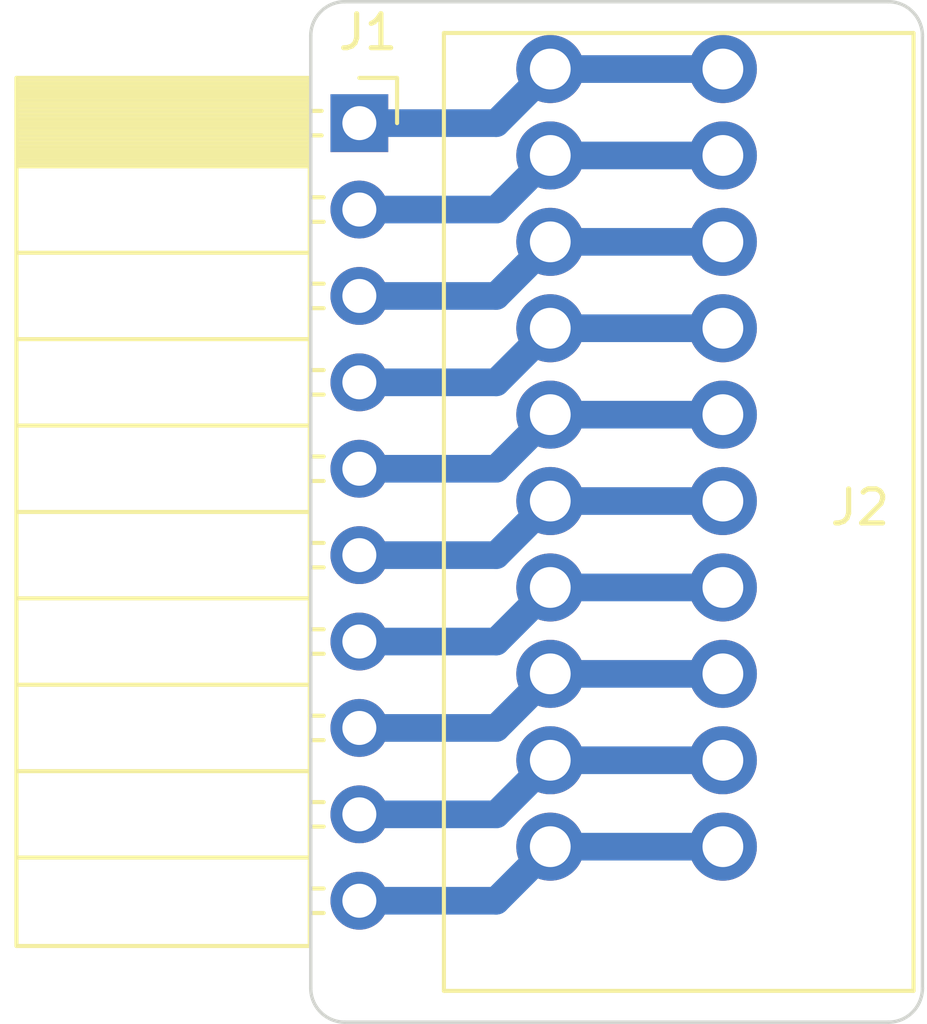
<source format=kicad_pcb>
(kicad_pcb (version 20221018) (generator pcbnew)
  (layers (0 "F.Cu" signal) (31 "B.Cu" signal) (34 "B.Paste" user) (35 "F.Paste" user) (36 "B.SilkS" user "B.Silkscreen") (37 "F.SilkS" user "F.Silkscreen") (38 "B.Mask" user) (39 "F.Mask" user) (44 "Edge.Cuts" user))
  (net 0 "")
  (net 1 "Net-(J1-Pin_1)")
  (net 2 "Net-(J1-Pin_2)")
  (net 3 "Net-(J1-Pin_3)")
  (net 4 "Net-(J1-Pin_4)")
  (net 5 "Net-(J1-Pin_5)")
  (net 6 "Net-(J1-Pin_6)")
  (net 7 "Net-(J1-Pin_7)")
  (net 8 "Net-(J1-Pin_8)")
  (net 9 "Net-(J1-Pin_9)")
  (net 10 "Net-(J1-Pin_10)")
  (footprint "Connector_PinSocket_2.54mm:PinSocket_1x10_P2.54mm_Horizontal" (layer "F.Cu") (at 138.43 75.57)
    (fp_text reference "J1" (at 0.254 -2.672) (layer "F.SilkS"))
    (fp_text value "Conn_01x10" hide)
    (fp_line (start -10.09 -1.33) (end -10.09 24.19) (stroke (width 0.12)) (layer "F.SilkS"))
    (fp_line (start -10.09 -1.33) (end -1.46 -1.33) (stroke (width 0.12)) (layer "F.SilkS"))
    (fp_line (start -10.09 -1.21) (end -1.46 -1.21) (stroke (width 0.12)) (layer "F.SilkS"))
    (fp_line (start -10.09 -1.091905) (end -1.46 -1.091905) (stroke (width 0.12)) (layer "F.SilkS"))
    (fp_line (start -10.09 -0.97381) (end -1.46 -0.97381) (stroke (width 0.12)) (layer "F.SilkS"))
    (fp_line (start -10.09 -0.855715) (end -1.46 -0.855715) (stroke (width 0.12)) (layer "F.SilkS"))
    (fp_line (start -10.09 -0.73762) (end -1.46 -0.73762) (stroke (width 0.12)) (layer "F.SilkS"))
    (fp_line (start -10.09 -0.619525) (end -1.46 -0.619525) (stroke (width 0.12)) (layer "F.SilkS"))
    (fp_line (start -10.09 -0.50143) (end -1.46 -0.50143) (stroke (width 0.12)) (layer "F.SilkS"))
    (fp_line (start -10.09 -0.383335) (end -1.46 -0.383335) (stroke (width 0.12)) (layer "F.SilkS"))
    (fp_line (start -10.09 -0.26524) (end -1.46 -0.26524) (stroke (width 0.12)) (layer "F.SilkS"))
    (fp_line (start -10.09 -0.147145) (end -1.46 -0.147145) (stroke (width 0.12)) (layer "F.SilkS"))
    (fp_line (start -10.09 -0.02905) (end -1.46 -0.02905) (stroke (width 0.12)) (layer "F.SilkS"))
    (fp_line (start -10.09 0.089045) (end -1.46 0.089045) (stroke (width 0.12)) (layer "F.SilkS"))
    (fp_line (start -10.09 0.20714) (end -1.46 0.20714) (stroke (width 0.12)) (layer "F.SilkS"))
    (fp_line (start -10.09 0.325235) (end -1.46 0.325235) (stroke (width 0.12)) (layer "F.SilkS"))
    (fp_line (start -10.09 0.44333) (end -1.46 0.44333) (stroke (width 0.12)) (layer "F.SilkS"))
    (fp_line (start -10.09 0.561425) (end -1.46 0.561425) (stroke (width 0.12)) (layer "F.SilkS"))
    (fp_line (start -10.09 0.67952) (end -1.46 0.67952) (stroke (width 0.12)) (layer "F.SilkS"))
    (fp_line (start -10.09 0.797615) (end -1.46 0.797615) (stroke (width 0.12)) (layer "F.SilkS"))
    (fp_line (start -10.09 0.91571) (end -1.46 0.91571) (stroke (width 0.12)) (layer "F.SilkS"))
    (fp_line (start -10.09 1.033805) (end -1.46 1.033805) (stroke (width 0.12)) (layer "F.SilkS"))
    (fp_line (start -10.09 1.1519) (end -1.46 1.1519) (stroke (width 0.12)) (layer "F.SilkS"))
    (fp_line (start -10.09 1.27) (end -1.46 1.27) (stroke (width 0.12)) (layer "F.SilkS"))
    (fp_line (start -10.09 3.81) (end -1.46 3.81) (stroke (width 0.12)) (layer "F.SilkS"))
    (fp_line (start -10.09 6.35) (end -1.46 6.35) (stroke (width 0.12)) (layer "F.SilkS"))
    (fp_line (start -10.09 8.89) (end -1.46 8.89) (stroke (width 0.12)) (layer "F.SilkS"))
    (fp_line (start -10.09 11.43) (end -1.46 11.43) (stroke (width 0.12)) (layer "F.SilkS"))
    (fp_line (start -10.09 13.97) (end -1.46 13.97) (stroke (width 0.12)) (layer "F.SilkS"))
    (fp_line (start -10.09 16.51) (end -1.46 16.51) (stroke (width 0.12)) (layer "F.SilkS"))
    (fp_line (start -10.09 19.05) (end -1.46 19.05) (stroke (width 0.12)) (layer "F.SilkS"))
    (fp_line (start -10.09 21.59) (end -1.46 21.59) (stroke (width 0.12)) (layer "F.SilkS"))
    (fp_line (start -10.09 24.19) (end -1.46 24.19) (stroke (width 0.12)) (layer "F.SilkS"))
    (fp_line (start -1.46 -1.33) (end -1.46 24.19) (stroke (width 0.12)) (layer "F.SilkS"))
    (fp_line (start -1.46 -0.36) (end -1.11 -0.36) (stroke (width 0.12)) (layer "F.SilkS"))
    (fp_line (start -1.46 0.36) (end -1.11 0.36) (stroke (width 0.12)) (layer "F.SilkS"))
    (fp_line (start -1.46 2.18) (end -1.05 2.18) (stroke (width 0.12)) (layer "F.SilkS"))
    (fp_line (start -1.46 2.9) (end -1.05 2.9) (stroke (width 0.12)) (layer "F.SilkS"))
    (fp_line (start -1.46 4.72) (end -1.05 4.72) (stroke (width 0.12)) (layer "F.SilkS"))
    (fp_line (start -1.46 5.44) (end -1.05 5.44) (stroke (width 0.12)) (layer "F.SilkS"))
    (fp_line (start -1.46 7.26) (end -1.05 7.26) (stroke (width 0.12)) (layer "F.SilkS"))
    (fp_line (start -1.46 7.98) (end -1.05 7.98) (stroke (width 0.12)) (layer "F.SilkS"))
    (fp_line (start -1.46 9.8) (end -1.05 9.8) (stroke (width 0.12)) (layer "F.SilkS"))
    (fp_line (start -1.46 10.52) (end -1.05 10.52) (stroke (width 0.12)) (layer "F.SilkS"))
    (fp_line (start -1.46 12.34) (end -1.05 12.34) (stroke (width 0.12)) (layer "F.SilkS"))
    (fp_line (start -1.46 13.06) (end -1.05 13.06) (stroke (width 0.12)) (layer "F.SilkS"))
    (fp_line (start -1.46 14.88) (end -1.05 14.88) (stroke (width 0.12)) (layer "F.SilkS"))
    (fp_line (start -1.46 15.6) (end -1.05 15.6) (stroke (width 0.12)) (layer "F.SilkS"))
    (fp_line (start -1.46 17.42) (end -1.05 17.42) (stroke (width 0.12)) (layer "F.SilkS"))
    (fp_line (start -1.46 18.14) (end -1.05 18.14) (stroke (width 0.12)) (layer "F.SilkS"))
    (fp_line (start -1.46 19.96) (end -1.05 19.96) (stroke (width 0.12)) (layer "F.SilkS"))
    (fp_line (start -1.46 20.68) (end -1.05 20.68) (stroke (width 0.12)) (layer "F.SilkS"))
    (fp_line (start -1.46 22.5) (end -1.05 22.5) (stroke (width 0.12)) (layer "F.SilkS"))
    (fp_line (start -1.46 23.22) (end -1.05 23.22) (stroke (width 0.12)) (layer "F.SilkS"))
    (fp_line (start 0 -1.33) (end 1.11 -1.33) (stroke (width 0.12)) (layer "F.SilkS"))
    (fp_line (start 1.11 -1.33) (end 1.11 0) (stroke (width 0.12)) (layer "F.SilkS"))
    (pad "1" thru_hole rect (at 0 0) (size 1.7 1.7) (drill 1) (layers "*.Cu" "*.Mask") (net 1 "Net-(J1-Pin_1)"))
    (pad "2" thru_hole oval (at 0 2.54) (size 1.7 1.7) (drill 1) (layers "*.Cu" "*.Mask") (net 2 "Net-(J1-Pin_2)"))
    (pad "3" thru_hole oval (at 0 5.08) (size 1.7 1.7) (drill 1) (layers "*.Cu" "*.Mask") (net 3 "Net-(J1-Pin_3)"))
    (pad "4" thru_hole oval (at 0 7.62) (size 1.7 1.7) (drill 1) (layers "*.Cu" "*.Mask") (net 4 "Net-(J1-Pin_4)"))
    (pad "5" thru_hole oval (at 0 10.16) (size 1.7 1.7) (drill 1) (layers "*.Cu" "*.Mask") (net 5 "Net-(J1-Pin_5)"))
    (pad "6" thru_hole oval (at 0 12.7) (size 1.7 1.7) (drill 1) (layers "*.Cu" "*.Mask") (net 6 "Net-(J1-Pin_6)"))
    (pad "7" thru_hole oval (at 0 15.24) (size 1.7 1.7) (drill 1) (layers "*.Cu" "*.Mask") (net 7 "Net-(J1-Pin_7)"))
    (pad "8" thru_hole oval (at 0 17.78) (size 1.7 1.7) (drill 1) (layers "*.Cu" "*.Mask") (net 8 "Net-(J1-Pin_8)"))
    (pad "9" thru_hole oval (at 0 20.32) (size 1.7 1.7) (drill 1) (layers "*.Cu" "*.Mask") (net 9 "Net-(J1-Pin_9)"))
    (pad "10" thru_hole oval (at 0 22.86) (size 1.7 1.7) (drill 1) (layers "*.Cu" "*.Mask") (net 10 "Net-(J1-Pin_10)"))
  )
  (footprint "dp_connector:wago_kf141r_2.54" (layer "F.Cu") (at 147.828 87 -90)
    (fp_text reference "J2" (at -0.132 -5.334 unlocked) (layer "F.SilkS"))
    (fp_text value "Conn_01x10" hide)
    (fp_line (start -14.08 -6.91) (end -14.08 6.91) (stroke (width 0.12)) (layer "F.SilkS"))
    (fp_line (start -14.08 -6.91) (end 14.08 -6.91) (stroke (width 0.12)) (layer "F.SilkS"))
    (fp_line (start -14.08 6.91) (end 14.08 6.91) (stroke (width 0.12)) (layer "F.SilkS"))
    (fp_line (start 14.08 -6.91) (end 14.08 6.91) (stroke (width 0.12)) (layer "F.SilkS"))
    (pad "1" thru_hole circle (at -13.02 -1.3 270) (size 2 2) (drill 1.2) (layers "*.Cu" "*.Mask") (net 1 "Net-(J1-Pin_1)"))
    (pad "1" thru_hole circle (at -13.02 3.78 270) (size 2 2) (drill 1.2) (layers "*.Cu" "*.Mask") (net 1 "Net-(J1-Pin_1)"))
    (pad "2" thru_hole circle (at -10.48 -1.3 270) (size 2 2) (drill 1.2) (layers "*.Cu" "*.Mask") (net 2 "Net-(J1-Pin_2)"))
    (pad "2" thru_hole circle (at -10.48 3.78 270) (size 2 2) (drill 1.2) (layers "*.Cu" "*.Mask") (net 2 "Net-(J1-Pin_2)"))
    (pad "3" thru_hole circle (at -7.94 -1.3 270) (size 2 2) (drill 1.2) (layers "*.Cu" "*.Mask") (net 3 "Net-(J1-Pin_3)"))
    (pad "3" thru_hole circle (at -7.94 3.78 270) (size 2 2) (drill 1.2) (layers "*.Cu" "*.Mask") (net 3 "Net-(J1-Pin_3)"))
    (pad "4" thru_hole circle (at -5.4 -1.3 270) (size 2 2) (drill 1.2) (layers "*.Cu" "*.Mask") (net 4 "Net-(J1-Pin_4)"))
    (pad "4" thru_hole circle (at -5.4 3.78 270) (size 2 2) (drill 1.2) (layers "*.Cu" "*.Mask") (net 4 "Net-(J1-Pin_4)"))
    (pad "5" thru_hole circle (at -2.86 -1.3 270) (size 2 2) (drill 1.2) (layers "*.Cu" "*.Mask") (net 5 "Net-(J1-Pin_5)"))
    (pad "5" thru_hole circle (at -2.86 3.78 270) (size 2 2) (drill 1.2) (layers "*.Cu" "*.Mask") (net 5 "Net-(J1-Pin_5)"))
    (pad "6" thru_hole circle (at -0.32 -1.3 270) (size 2 2) (drill 1.2) (layers "*.Cu" "*.Mask") (net 6 "Net-(J1-Pin_6)"))
    (pad "6" thru_hole circle (at -0.32 3.78 270) (size 2 2) (drill 1.2) (layers "*.Cu" "*.Mask") (net 6 "Net-(J1-Pin_6)"))
    (pad "7" thru_hole circle (at 2.22 -1.3 270) (size 2 2) (drill 1.2) (layers "*.Cu" "*.Mask") (net 7 "Net-(J1-Pin_7)"))
    (pad "7" thru_hole circle (at 2.22 3.78 270) (size 2 2) (drill 1.2) (layers "*.Cu" "*.Mask") (net 7 "Net-(J1-Pin_7)"))
    (pad "8" thru_hole circle (at 4.76 -1.3 270) (size 2 2) (drill 1.2) (layers "*.Cu" "*.Mask") (net 8 "Net-(J1-Pin_8)"))
    (pad "8" thru_hole circle (at 4.76 3.78 270) (size 2 2) (drill 1.2) (layers "*.Cu" "*.Mask") (net 8 "Net-(J1-Pin_8)"))
    (pad "9" thru_hole circle (at 7.3 -1.3 270) (size 2 2) (drill 1.2) (layers "*.Cu" "*.Mask") (net 9 "Net-(J1-Pin_9)"))
    (pad "9" thru_hole circle (at 7.3 3.78 270) (size 2 2) (drill 1.2) (layers "*.Cu" "*.Mask") (net 9 "Net-(J1-Pin_9)"))
    (pad "10" thru_hole circle (at 9.84 -1.3 270) (size 2 2) (drill 1.2) (layers "*.Cu" "*.Mask") (net 10 "Net-(J1-Pin_10)"))
    (pad "10" thru_hole circle (at 9.84 3.78 270) (size 2 2) (drill 1.2) (layers "*.Cu" "*.Mask") (net 10 "Net-(J1-Pin_10)"))
  )
  (gr_line (start 138 72) (end 154 72) (stroke (width 0.1)) (layer "Edge.Cuts"))
  (gr_line (start 138 102) (end 154 102) (stroke (width 0.1)) (layer "Edge.Cuts"))
  (gr_line (start 137 73) (end 137 101) (stroke (width 0.1)) (layer "Edge.Cuts"))
  (gr_arc (start 155 101) (mid 154.707107 101.707107) (end 154 102) (stroke (width 0.1)) (layer "Edge.Cuts"))
  (gr_arc (start 154 72) (mid 154.707107 72.292893) (end 155 73) (stroke (width 0.1)) (layer "Edge.Cuts"))
  (gr_line (start 155 73) (end 155 101) (stroke (width 0.1)) (layer "Edge.Cuts"))
  (gr_arc (start 138 102) (mid 137.292893 101.707107) (end 137 101) (stroke (width 0.1)) (layer "Edge.Cuts"))
  (gr_arc (start 137 73) (mid 137.292893 72.292893) (end 138 72) (stroke (width 0.1)) (layer "Edge.Cuts"))
  (segment (start 142.458 75.57) (end 144.048 73.98) (width 0.8128) (layer "B.Cu") (net 1))
  (segment (start 149.128 73.98) (end 144.048 73.98) (width 0.8128) (layer "B.Cu") (net 1))
  (segment (start 138.43 75.57) (end 142.458 75.57) (width 0.8128) (layer "B.Cu") (net 1))
  (segment (start 138.43 78.11) (end 142.458 78.11) (width 0.8128) (layer "B.Cu") (net 2))
  (segment (start 142.458 78.11) (end 144.048 76.52) (width 0.8128) (layer "B.Cu") (net 2))
  (segment (start 144.048 76.52) (end 149.128 76.52) (width 0.8128) (layer "B.Cu") (net 2))
  (segment (start 149.128 79.06) (end 144.048 79.06) (width 0.8128) (layer "B.Cu") (net 3))
  (segment (start 138.43 80.65) (end 142.458 80.65) (width 0.8128) (layer "B.Cu") (net 3))
  (segment (start 142.458 80.65) (end 144.048 79.06) (width 0.8128) (layer "B.Cu") (net 3))
  (segment (start 144.048 81.6) (end 149.128 81.6) (width 0.8128) (layer "B.Cu") (net 4))
  (segment (start 142.458 83.19) (end 144.048 81.6) (width 0.8128) (layer "B.Cu") (net 4))
  (segment (start 138.43 83.19) (end 142.458 83.19) (width 0.8128) (layer "B.Cu") (net 4))
  (segment (start 142.458 85.73) (end 144.048 84.14) (width 0.8128) (layer "B.Cu") (net 5))
  (segment (start 149.128 84.14) (end 144.048 84.14) (width 0.8128) (layer "B.Cu") (net 5))
  (segment (start 138.43 85.73) (end 142.458 85.73) (width 0.8128) (layer "B.Cu") (net 5))
  (segment (start 138.43 88.27) (end 142.458 88.27) (width 0.8128) (layer "B.Cu") (net 6))
  (segment (start 142.458 88.27) (end 144.048 86.68) (width 0.8128) (layer "B.Cu") (net 6))
  (segment (start 144.048 86.68) (end 149.128 86.68) (width 0.8128) (layer "B.Cu") (net 6))
  (segment (start 142.458 90.81) (end 144.048 89.22) (width 0.8128) (layer "B.Cu") (net 7))
  (segment (start 149.128 89.22) (end 144.048 89.22) (width 0.8128) (layer "B.Cu") (net 7))
  (segment (start 138.43 90.81) (end 142.458 90.81) (width 0.8128) (layer "B.Cu") (net 7))
  (segment (start 142.458 93.35) (end 144.048 91.76) (width 0.8128) (layer "B.Cu") (net 8))
  (segment (start 144.048 91.76) (end 149.128 91.76) (width 0.8128) (layer "B.Cu") (net 8))
  (segment (start 138.43 93.35) (end 142.458 93.35) (width 0.8128) (layer "B.Cu") (net 8))
  (segment (start 142.458 95.89) (end 144.048 94.3) (width 0.8128) (layer "B.Cu") (net 9))
  (segment (start 138.43 95.89) (end 142.458 95.89) (width 0.8128) (layer "B.Cu") (net 9))
  (segment (start 149.128 94.3) (end 144.048 94.3) (width 0.8128) (layer "B.Cu") (net 9))
  (segment (start 138.43 98.43) (end 142.458 98.43) (width 0.8128) (layer "B.Cu") (net 10))
  (segment (start 144.048 96.84) (end 149.128 96.84) (width 0.8128) (layer "B.Cu") (net 10))
  (segment (start 142.458 98.43) (end 144.048 96.84) (width 0.8128) (layer "B.Cu") (net 10))
)
</source>
